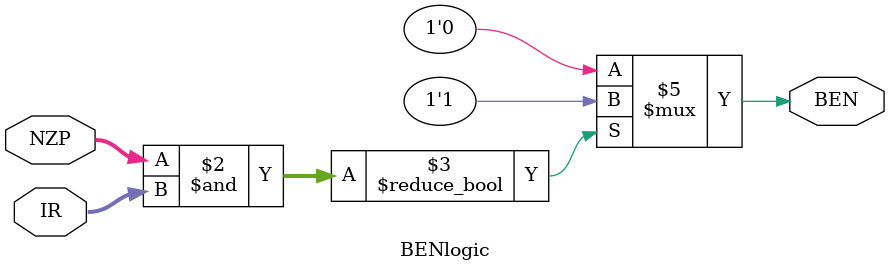
<source format=sv>
module BENlogic(
	input [2:0] NZP, IR,
	output BEN
);

always_comb
begin
	BEN = 1'b0;
	if(NZP&IR)
		BEN = 1'b1;
end

endmodule

</source>
